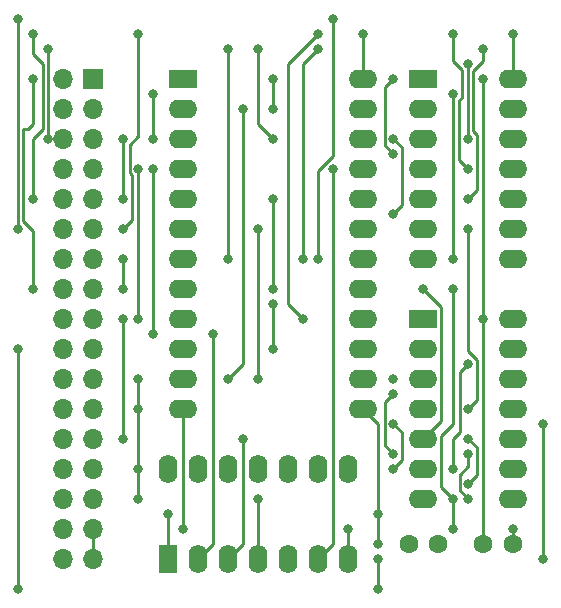
<source format=gbr>
%TF.GenerationSoftware,KiCad,Pcbnew,(5.1.10)-1*%
%TF.CreationDate,2022-02-19T10:09:17+01:00*%
%TF.ProjectId,Peri,50657269-2e6b-4696-9361-645f70636258,rev?*%
%TF.SameCoordinates,Original*%
%TF.FileFunction,Copper,L1,Top*%
%TF.FilePolarity,Positive*%
%FSLAX46Y46*%
G04 Gerber Fmt 4.6, Leading zero omitted, Abs format (unit mm)*
G04 Created by KiCad (PCBNEW (5.1.10)-1) date 2022-02-19 10:09:17*
%MOMM*%
%LPD*%
G01*
G04 APERTURE LIST*
%TA.AperFunction,ComponentPad*%
%ADD10R,2.400000X1.600000*%
%TD*%
%TA.AperFunction,ComponentPad*%
%ADD11O,2.400000X1.600000*%
%TD*%
%TA.AperFunction,ComponentPad*%
%ADD12C,1.600000*%
%TD*%
%TA.AperFunction,ComponentPad*%
%ADD13R,1.700000X1.700000*%
%TD*%
%TA.AperFunction,ComponentPad*%
%ADD14O,1.700000X1.700000*%
%TD*%
%TA.AperFunction,ComponentPad*%
%ADD15O,1.600000X2.400000*%
%TD*%
%TA.AperFunction,ComponentPad*%
%ADD16R,1.600000X2.400000*%
%TD*%
%TA.AperFunction,ViaPad*%
%ADD17C,0.800000*%
%TD*%
%TA.AperFunction,Conductor*%
%ADD18C,0.250000*%
%TD*%
G04 APERTURE END LIST*
D10*
%TO.P,U1003,1*%
%TO.N,Net-(U1002-Pad8)*%
X93980000Y-80010000D03*
D11*
%TO.P,U1003,13*%
%TO.N,Net-(C1002-Pad1)*%
X109220000Y-107950000D03*
%TO.P,U1003,2*%
%TO.N,+5P*%
X93980000Y-82550000D03*
%TO.P,U1003,14*%
%TO.N,Net-(J1001-Pad21)*%
X109220000Y-105410000D03*
%TO.P,U1003,3*%
%TO.N,Net-(J1001-Pad2)*%
X93980000Y-85090000D03*
%TO.P,U1003,15*%
%TO.N,Net-(U1003-Pad15)*%
X109220000Y-102870000D03*
%TO.P,U1003,4*%
%TO.N,Net-(J1001-Pad18)*%
X93980000Y-87630000D03*
%TO.P,U1003,16*%
%TO.N,Net-(J1001-Pad10)*%
X109220000Y-100330000D03*
%TO.P,U1003,5*%
%TO.N,Net-(J1001-Pad4)*%
X93980000Y-90170000D03*
%TO.P,U1003,17*%
%TO.N,Net-(U1003-Pad17)*%
X109220000Y-97790000D03*
%TO.P,U1003,6*%
%TO.N,Net-(U1003-Pad6)*%
X93980000Y-92710000D03*
%TO.P,U1003,18*%
%TO.N,Net-(J1001-Pad12)*%
X109220000Y-95250000D03*
%TO.P,U1003,7*%
%TO.N,Net-(J1001-Pad6)*%
X93980000Y-95250000D03*
%TO.P,U1003,19*%
%TO.N,Net-(U1003-Pad19)*%
X109220000Y-92710000D03*
%TO.P,U1003,8*%
%TO.N,Net-(U1003-Pad8)*%
X93980000Y-97790000D03*
%TO.P,U1003,20*%
%TO.N,Net-(J1001-Pad14)*%
X109220000Y-90170000D03*
%TO.P,U1003,9*%
%TO.N,Net-(J1001-Pad8)*%
X93980000Y-100330000D03*
%TO.P,U1003,21*%
%TO.N,Net-(U1001-Pad5)*%
X109220000Y-87630000D03*
%TO.P,U1003,10*%
%TO.N,Net-(U1003-Pad10)*%
X93980000Y-102870000D03*
%TO.P,U1003,22*%
%TO.N,Net-(J1001-Pad16)*%
X109220000Y-85090000D03*
%TO.P,U1003,11*%
%TO.N,+5P*%
X93980000Y-105410000D03*
%TO.P,U1003,23*%
%TO.N,N/C*%
X109220000Y-82550000D03*
%TO.P,U1003,12*%
%TO.N,GND*%
X93980000Y-107950000D03*
%TO.P,U1003,24*%
%TO.N,+5P*%
X109220000Y-80010000D03*
%TD*%
D12*
%TO.P,C1001,1*%
%TO.N,+5P*%
X119380000Y-119380000D03*
%TO.P,C1001,2*%
%TO.N,GND*%
X121880000Y-119380000D03*
%TD*%
%TO.P,C1002,2*%
%TO.N,+5P*%
X115570000Y-119380000D03*
%TO.P,C1002,1*%
%TO.N,Net-(C1002-Pad1)*%
X113070000Y-119380000D03*
%TD*%
D13*
%TO.P,J1001,1*%
%TO.N,Net-(J1001-Pad1)*%
X86360000Y-80010000D03*
D14*
%TO.P,J1001,2*%
%TO.N,Net-(J1001-Pad2)*%
X83820000Y-80010000D03*
%TO.P,J1001,3*%
%TO.N,Net-(J1001-Pad3)*%
X86360000Y-82550000D03*
%TO.P,J1001,4*%
%TO.N,Net-(J1001-Pad4)*%
X83820000Y-82550000D03*
%TO.P,J1001,5*%
%TO.N,Net-(J1001-Pad5)*%
X86360000Y-85090000D03*
%TO.P,J1001,6*%
%TO.N,Net-(J1001-Pad6)*%
X83820000Y-85090000D03*
%TO.P,J1001,7*%
%TO.N,Net-(J1001-Pad7)*%
X86360000Y-87630000D03*
%TO.P,J1001,8*%
%TO.N,Net-(J1001-Pad8)*%
X83820000Y-87630000D03*
%TO.P,J1001,9*%
%TO.N,Net-(J1001-Pad9)*%
X86360000Y-90170000D03*
%TO.P,J1001,10*%
%TO.N,Net-(J1001-Pad10)*%
X83820000Y-90170000D03*
%TO.P,J1001,11*%
%TO.N,Net-(J1001-Pad11)*%
X86360000Y-92710000D03*
%TO.P,J1001,12*%
%TO.N,Net-(J1001-Pad12)*%
X83820000Y-92710000D03*
%TO.P,J1001,13*%
%TO.N,Net-(J1001-Pad13)*%
X86360000Y-95250000D03*
%TO.P,J1001,14*%
%TO.N,Net-(J1001-Pad14)*%
X83820000Y-95250000D03*
%TO.P,J1001,15*%
%TO.N,Net-(J1001-Pad15)*%
X86360000Y-97790000D03*
%TO.P,J1001,16*%
%TO.N,Net-(J1001-Pad16)*%
X83820000Y-97790000D03*
%TO.P,J1001,17*%
%TO.N,Net-(J1001-Pad17)*%
X86360000Y-100330000D03*
%TO.P,J1001,18*%
%TO.N,Net-(J1001-Pad18)*%
X83820000Y-100330000D03*
%TO.P,J1001,19*%
%TO.N,Net-(J1001-Pad19)*%
X86360000Y-102870000D03*
%TO.P,J1001,20*%
%TO.N,Net-(J1001-Pad20)*%
X83820000Y-102870000D03*
%TO.P,J1001,21*%
%TO.N,Net-(J1001-Pad21)*%
X86360000Y-105410000D03*
%TO.P,J1001,22*%
%TO.N,Net-(J1001-Pad22)*%
X83820000Y-105410000D03*
%TO.P,J1001,23*%
%TO.N,+5P*%
X86360000Y-107950000D03*
%TO.P,J1001,24*%
%TO.N,Net-(J1001-Pad24)*%
X83820000Y-107950000D03*
%TO.P,J1001,25*%
%TO.N,N/C*%
X86360000Y-110490000D03*
%TO.P,J1001,26*%
%TO.N,Net-(J1001-Pad26)*%
X83820000Y-110490000D03*
%TO.P,J1001,27*%
%TO.N,+5P*%
X86360000Y-113030000D03*
%TO.P,J1001,28*%
%TO.N,Net-(J1001-Pad28)*%
X83820000Y-113030000D03*
%TO.P,J1001,29*%
%TO.N,+5P*%
X86360000Y-115570000D03*
%TO.P,J1001,30*%
%TO.N,Net-(J1001-Pad30)*%
X83820000Y-115570000D03*
%TO.P,J1001,31*%
%TO.N,GND*%
X86360000Y-118110000D03*
%TO.P,J1001,32*%
%TO.N,Net-(J1001-Pad32)*%
X83820000Y-118110000D03*
%TO.P,J1001,33*%
%TO.N,GND*%
X86360000Y-120650000D03*
%TO.P,J1001,34*%
X83820000Y-120650000D03*
%TD*%
D15*
%TO.P,U1001,14*%
%TO.N,+5P*%
X92710000Y-113030000D03*
%TO.P,U1001,7*%
%TO.N,GND*%
X107950000Y-120650000D03*
%TO.P,U1001,13*%
%TO.N,N/C*%
X95250000Y-113030000D03*
%TO.P,U1001,6*%
%TO.N,Net-(U1001-Pad5)*%
X105410000Y-120650000D03*
%TO.P,U1001,12*%
%TO.N,N/C*%
X97790000Y-113030000D03*
%TO.P,U1001,5*%
%TO.N,Net-(U1001-Pad5)*%
X102870000Y-120650000D03*
%TO.P,U1001,11*%
%TO.N,N/C*%
X100330000Y-113030000D03*
%TO.P,U1001,4*%
%TO.N,Net-(J1001-Pad32)*%
X100330000Y-120650000D03*
%TO.P,U1001,10*%
%TO.N,N/C*%
X102870000Y-113030000D03*
%TO.P,U1001,3*%
%TO.N,Net-(J1001-Pad17)*%
X97790000Y-120650000D03*
%TO.P,U1001,9*%
%TO.N,N/C*%
X105410000Y-113030000D03*
%TO.P,U1001,2*%
%TO.N,Net-(J1001-Pad19)*%
X95250000Y-120650000D03*
%TO.P,U1001,8*%
%TO.N,N/C*%
X107950000Y-113030000D03*
D16*
%TO.P,U1001,1*%
%TO.N,Net-(C1002-Pad1)*%
X92710000Y-120650000D03*
%TD*%
D10*
%TO.P,U1002,1*%
%TO.N,Net-(J1001-Pad5)*%
X114300000Y-80010000D03*
D11*
%TO.P,U1002,8*%
%TO.N,Net-(U1002-Pad8)*%
X121920000Y-95250000D03*
%TO.P,U1002,2*%
%TO.N,Net-(J1001-Pad3)*%
X114300000Y-82550000D03*
%TO.P,U1002,9*%
%TO.N,N/C*%
X121920000Y-92710000D03*
%TO.P,U1002,3*%
%TO.N,Net-(J1001-Pad9)*%
X114300000Y-85090000D03*
%TO.P,U1002,10*%
%TO.N,N/C*%
X121920000Y-90170000D03*
%TO.P,U1002,4*%
%TO.N,Net-(J1001-Pad11)*%
X114300000Y-87630000D03*
%TO.P,U1002,11*%
%TO.N,Net-(J1001-Pad7)*%
X121920000Y-87630000D03*
%TO.P,U1002,5*%
%TO.N,Net-(J1001-Pad15)*%
X114300000Y-90170000D03*
%TO.P,U1002,12*%
%TO.N,Net-(J1001-Pad1)*%
X121920000Y-85090000D03*
%TO.P,U1002,6*%
%TO.N,Net-(J1001-Pad13)*%
X114300000Y-92710000D03*
%TO.P,U1002,13*%
%TO.N,N/C*%
X121920000Y-82550000D03*
%TO.P,U1002,7*%
%TO.N,GND*%
X114300000Y-95250000D03*
%TO.P,U1002,14*%
%TO.N,+5P*%
X121920000Y-80010000D03*
%TD*%
D10*
%TO.P,U1004,1*%
%TO.N,Net-(U1003-Pad10)*%
X114300000Y-100330000D03*
D11*
%TO.P,U1004,8*%
%TO.N,Net-(J1001-Pad26)*%
X121920000Y-115570000D03*
%TO.P,U1004,2*%
%TO.N,Net-(J1001-Pad24)*%
X114300000Y-102870000D03*
%TO.P,U1004,9*%
%TO.N,Net-(U1003-Pad15)*%
X121920000Y-113030000D03*
%TO.P,U1004,3*%
%TO.N,Net-(U1003-Pad6)*%
X114300000Y-105410000D03*
%TO.P,U1004,10*%
%TO.N,Net-(J1001-Pad30)*%
X121920000Y-110490000D03*
%TO.P,U1004,4*%
%TO.N,Net-(J1001-Pad20)*%
X114300000Y-107950000D03*
%TO.P,U1004,11*%
%TO.N,Net-(U1003-Pad19)*%
X121920000Y-107950000D03*
%TO.P,U1004,5*%
%TO.N,Net-(U1003-Pad8)*%
X114300000Y-110490000D03*
%TO.P,U1004,12*%
%TO.N,Net-(J1001-Pad28)*%
X121920000Y-105410000D03*
%TO.P,U1004,6*%
%TO.N,Net-(J1001-Pad22)*%
X114300000Y-113030000D03*
%TO.P,U1004,13*%
%TO.N,Net-(U1003-Pad17)*%
X121920000Y-102870000D03*
%TO.P,U1004,7*%
%TO.N,GND*%
X114300000Y-115570000D03*
%TO.P,U1004,14*%
%TO.N,+5P*%
X121920000Y-100330000D03*
%TD*%
D17*
%TO.N,+5P*%
X90170000Y-105410000D03*
X90170000Y-107950000D03*
X119380000Y-100330000D03*
X119380000Y-80010000D03*
X90170000Y-115570000D03*
X90170000Y-113030000D03*
X101600000Y-82550000D03*
X101600000Y-80010000D03*
X121920000Y-76200000D03*
X109220000Y-76200000D03*
X97790000Y-105410000D03*
X99060000Y-82550000D03*
%TO.N,GND*%
X116840000Y-115570000D03*
X116840000Y-97790000D03*
X116840000Y-118110000D03*
X93980000Y-118110000D03*
X107950000Y-118110000D03*
X121920000Y-118110000D03*
%TO.N,Net-(C1002-Pad1)*%
X110490000Y-119380000D03*
X92710000Y-116840000D03*
X110490000Y-116840000D03*
%TO.N,Net-(J1001-Pad1)*%
X118110000Y-78740000D03*
X118110000Y-85090000D03*
%TO.N,Net-(J1001-Pad2)*%
X91440000Y-81280000D03*
X91440000Y-85090000D03*
%TO.N,Net-(J1001-Pad4)*%
X88900000Y-85090000D03*
X88900000Y-90170000D03*
%TO.N,Net-(J1001-Pad5)*%
X111760000Y-86360000D03*
X111760000Y-80010000D03*
%TO.N,Net-(J1001-Pad6)*%
X82550000Y-85090000D03*
X97790000Y-95250000D03*
X97790000Y-77470000D03*
X82550000Y-77470000D03*
%TO.N,Net-(J1001-Pad8)*%
X90170000Y-87630000D03*
X90170000Y-100330000D03*
%TO.N,Net-(J1001-Pad9)*%
X111760000Y-91440000D03*
X111760000Y-85090000D03*
%TO.N,Net-(J1001-Pad10)*%
X81280000Y-90170000D03*
X81280000Y-76200000D03*
X105410000Y-76200000D03*
X104140000Y-100330000D03*
%TO.N,Net-(J1001-Pad11)*%
X88900000Y-92710000D03*
X118110000Y-87630000D03*
X90170000Y-76200000D03*
X116840000Y-76200000D03*
%TO.N,Net-(J1001-Pad12)*%
X80010000Y-92710000D03*
X105410000Y-95250000D03*
X80010000Y-74930000D03*
X106680000Y-74930000D03*
%TO.N,Net-(J1001-Pad14)*%
X88900000Y-95250000D03*
X101600000Y-90170000D03*
X88900000Y-97790000D03*
X101600000Y-97790000D03*
%TO.N,Net-(J1001-Pad15)*%
X104140000Y-95250000D03*
X118110000Y-90170000D03*
X105410000Y-77470000D03*
X119380000Y-77470000D03*
%TO.N,Net-(J1001-Pad16)*%
X101600000Y-85090000D03*
X100330000Y-77470000D03*
X81280000Y-97790000D03*
X81280000Y-80010000D03*
%TO.N,Net-(J1001-Pad17)*%
X99060000Y-110490000D03*
X88900000Y-110490000D03*
X88900000Y-100330000D03*
%TO.N,Net-(J1001-Pad18)*%
X91440000Y-87630000D03*
X91440000Y-101600000D03*
%TO.N,Net-(J1001-Pad19)*%
X96520000Y-101600000D03*
%TO.N,Net-(J1001-Pad20)*%
X80010000Y-102870000D03*
X80010000Y-123190000D03*
X124460000Y-109220000D03*
X124460000Y-120650000D03*
X110490000Y-120650000D03*
X110490000Y-123190000D03*
%TO.N,Net-(J1001-Pad22)*%
X111760000Y-113030000D03*
X111760000Y-109220000D03*
%TO.N,Net-(J1001-Pad26)*%
X118110000Y-115570000D03*
X118110000Y-111760000D03*
%TO.N,Net-(J1001-Pad28)*%
X111760000Y-111760000D03*
X111760000Y-106680000D03*
%TO.N,Net-(J1001-Pad30)*%
X118110000Y-110490000D03*
X118110000Y-114300000D03*
%TO.N,Net-(J1001-Pad32)*%
X100330000Y-115570000D03*
%TO.N,Net-(U1001-Pad5)*%
X106680000Y-87630000D03*
%TO.N,Net-(U1002-Pad8)*%
X116840000Y-81280000D03*
X116840000Y-95250000D03*
%TO.N,Net-(U1003-Pad15)*%
X118110000Y-104140000D03*
X116840000Y-113030000D03*
%TO.N,Net-(U1003-Pad6)*%
X111760000Y-105410000D03*
X100330000Y-105410000D03*
X100330000Y-92710000D03*
%TO.N,Net-(U1003-Pad19)*%
X118110000Y-107950000D03*
X118110000Y-92710000D03*
%TO.N,Net-(U1003-Pad8)*%
X114300000Y-97790000D03*
%TO.N,Net-(U1003-Pad10)*%
X101600000Y-102870000D03*
X101600000Y-99060000D03*
%TD*%
D18*
%TO.N,+5P*%
X119380000Y-100330000D02*
X119380000Y-80010000D01*
X119380000Y-100330000D02*
X119380000Y-119380000D01*
X90170000Y-105410000D02*
X90170000Y-107950000D01*
X90170000Y-113030000D02*
X90170000Y-107950000D01*
X90170000Y-115570000D02*
X90170000Y-113030000D01*
X101600000Y-82550000D02*
X101600000Y-80010000D01*
X109220000Y-80010000D02*
X109220000Y-76200000D01*
X121920000Y-80010000D02*
X121920000Y-76200000D01*
X121920000Y-76200000D02*
X121920000Y-76200000D01*
X109220000Y-76200000D02*
X109220000Y-76200000D01*
X97790000Y-105410000D02*
X99060000Y-104140000D01*
X99060000Y-104140000D02*
X99060000Y-82550000D01*
X99060000Y-82550000D02*
X99060000Y-82550000D01*
%TO.N,GND*%
X116840000Y-115570000D02*
X116840000Y-118110000D01*
X116840000Y-118110000D02*
X116840000Y-118110000D01*
X86360000Y-120650000D02*
X86360000Y-118110000D01*
X93980000Y-107950000D02*
X93980000Y-118110000D01*
X93980000Y-118110000D02*
X93980000Y-118110000D01*
X107950000Y-120650000D02*
X107950000Y-118110000D01*
X107950000Y-118110000D02*
X107950000Y-118110000D01*
X116840000Y-115570000D02*
X115825010Y-114555010D01*
X115825010Y-110234990D02*
X116840000Y-109220000D01*
X115825010Y-114555010D02*
X115825010Y-110234990D01*
X116840000Y-97790000D02*
X116840000Y-109220000D01*
X121920000Y-119340000D02*
X121880000Y-119380000D01*
X121920000Y-118110000D02*
X121920000Y-119340000D01*
%TO.N,Net-(C1002-Pad1)*%
X110490000Y-109220000D02*
X109220000Y-107950000D01*
X110490000Y-119380000D02*
X110490000Y-109220000D01*
X92710000Y-120650000D02*
X92710000Y-116840000D01*
X92710000Y-116840000D02*
X92710000Y-116840000D01*
%TO.N,Net-(J1001-Pad1)*%
X118110000Y-78740000D02*
X118110000Y-85090000D01*
%TO.N,Net-(J1001-Pad2)*%
X91440000Y-81280000D02*
X91440000Y-85090000D01*
X91440000Y-85090000D02*
X91440000Y-85090000D01*
%TO.N,Net-(J1001-Pad4)*%
X88900000Y-85090000D02*
X88900000Y-90170000D01*
%TO.N,Net-(J1001-Pad5)*%
X111034999Y-85634999D02*
X111760000Y-86360000D01*
X111034999Y-80735001D02*
X111034999Y-85634999D01*
X111760000Y-80010000D02*
X111034999Y-80735001D01*
%TO.N,Net-(J1001-Pad6)*%
X82550000Y-85090000D02*
X82550000Y-77470000D01*
X97790000Y-95250000D02*
X97790000Y-77470000D01*
X97790000Y-77470000D02*
X97790000Y-77470000D01*
X82550000Y-77470000D02*
X82550000Y-77470000D01*
%TO.N,Net-(J1001-Pad8)*%
X90170000Y-87630000D02*
X90170000Y-100330000D01*
%TO.N,Net-(J1001-Pad9)*%
X112485001Y-90714999D02*
X111760000Y-91440000D01*
X112485001Y-85815001D02*
X112485001Y-90714999D01*
X111760000Y-85090000D02*
X112485001Y-85815001D01*
%TO.N,Net-(J1001-Pad10)*%
X81280000Y-76200000D02*
X81280000Y-76200000D01*
X102870000Y-78740000D02*
X105410000Y-76200000D01*
X102870000Y-99060000D02*
X102870000Y-78740000D01*
X104140000Y-100330000D02*
X102870000Y-99060000D01*
X81280000Y-76200000D02*
X81280000Y-77920010D01*
X81280000Y-77920010D02*
X82099990Y-78740000D01*
X82099990Y-84270010D02*
X81280000Y-85090000D01*
X82099990Y-78740000D02*
X82099990Y-84270010D01*
X81280000Y-90170000D02*
X81280000Y-85090000D01*
%TO.N,Net-(J1001-Pad11)*%
X117376501Y-81816501D02*
X117565001Y-81628001D01*
X117565001Y-81628001D02*
X117565001Y-79268003D01*
X117376501Y-86896501D02*
X117376501Y-81816501D01*
X117565001Y-79268003D02*
X116840000Y-78543002D01*
X118110000Y-87630000D02*
X117376501Y-86896501D01*
X116840000Y-78543002D02*
X116840000Y-77470000D01*
X116840000Y-77470000D02*
X116840000Y-76200000D01*
X89444999Y-85618003D02*
X90170000Y-84893002D01*
X89444999Y-87978001D02*
X89444999Y-85618003D01*
X89625001Y-88158003D02*
X89444999Y-87978001D01*
X89625001Y-91984999D02*
X89625001Y-88158003D01*
X88900000Y-92710000D02*
X89625001Y-91984999D01*
X90170000Y-84893002D02*
X90170000Y-76200000D01*
X90170000Y-76200000D02*
X90170000Y-76200000D01*
X116840000Y-76200000D02*
X116840000Y-76200000D01*
%TO.N,Net-(J1001-Pad12)*%
X80010000Y-74930000D02*
X80010000Y-74930000D01*
X105410000Y-87826998D02*
X105410000Y-95250000D01*
X106680000Y-86556998D02*
X105410000Y-87826998D01*
X106680000Y-74930000D02*
X106680000Y-86556998D01*
X80010000Y-83820000D02*
X80010000Y-92710000D01*
X80010000Y-74930000D02*
X80010000Y-83820000D01*
%TO.N,Net-(J1001-Pad14)*%
X101600000Y-90170000D02*
X101600000Y-96970010D01*
X101600000Y-96970010D02*
X101600000Y-97790000D01*
X88900000Y-95250000D02*
X88900000Y-97790000D01*
X88900000Y-97790000D02*
X88900000Y-97790000D01*
X101600000Y-97790000D02*
X101600000Y-97790000D01*
%TO.N,Net-(J1001-Pad15)*%
X104140000Y-95250000D02*
X104140000Y-78740000D01*
X104140000Y-78740000D02*
X105410000Y-77470000D01*
X105410000Y-77470000D02*
X105410000Y-77470000D01*
X118560010Y-79362992D02*
X119380000Y-78543002D01*
X118560010Y-84467008D02*
X118560010Y-79362992D01*
X118835001Y-84741999D02*
X118560010Y-84467008D01*
X118835001Y-89444999D02*
X118835001Y-84741999D01*
X118110000Y-90170000D02*
X118835001Y-89444999D01*
X119380000Y-78543002D02*
X119380000Y-77470000D01*
X119380000Y-77470000D02*
X119380000Y-77470000D01*
%TO.N,Net-(J1001-Pad16)*%
X101600000Y-85090000D02*
X100330000Y-83820000D01*
X100330000Y-83820000D02*
X100330000Y-77470000D01*
X100330000Y-77470000D02*
X100330000Y-77470000D01*
X80460010Y-92087008D02*
X81280000Y-92906998D01*
X81280000Y-92906998D02*
X81280000Y-97790000D01*
X81280000Y-97790000D02*
X81280000Y-97790000D01*
X81280000Y-81280000D02*
X81280000Y-80010000D01*
X81280000Y-80010000D02*
X81280000Y-80010000D01*
X80460010Y-84270010D02*
X80829990Y-84270010D01*
X80460010Y-84270010D02*
X80460010Y-92087008D01*
X81280000Y-83820000D02*
X81280000Y-81280000D01*
X80829990Y-84270010D02*
X81280000Y-83820000D01*
%TO.N,Net-(J1001-Pad17)*%
X97790000Y-120650000D02*
X99060000Y-119380000D01*
X99060000Y-119380000D02*
X99060000Y-110490000D01*
X99060000Y-110490000D02*
X99060000Y-110490000D01*
X88900000Y-110490000D02*
X88900000Y-100330000D01*
%TO.N,Net-(J1001-Pad18)*%
X91440000Y-87630000D02*
X91440000Y-101600000D01*
%TO.N,Net-(J1001-Pad19)*%
X96520000Y-119380000D02*
X96520000Y-104140000D01*
X95250000Y-120650000D02*
X96520000Y-119380000D01*
X96520000Y-104140000D02*
X96520000Y-101600000D01*
%TO.N,Net-(J1001-Pad20)*%
X80010000Y-102870000D02*
X80010000Y-123190000D01*
X80010000Y-123190000D02*
X80010000Y-123190000D01*
X124460000Y-109220000D02*
X124460000Y-120650000D01*
X124460000Y-120650000D02*
X124460000Y-120650000D01*
X110490000Y-123190000D02*
X110490000Y-120650000D01*
%TO.N,Net-(J1001-Pad22)*%
X112485001Y-109945001D02*
X111760000Y-109220000D01*
X112485001Y-112304999D02*
X112485001Y-109945001D01*
X111760000Y-113030000D02*
X112485001Y-112304999D01*
%TO.N,Net-(J1001-Pad26)*%
X118110000Y-112833002D02*
X118110000Y-111760000D01*
X117384999Y-113558003D02*
X118110000Y-112833002D01*
X117384999Y-114844999D02*
X117384999Y-113558003D01*
X118110000Y-115570000D02*
X117384999Y-114844999D01*
%TO.N,Net-(J1001-Pad28)*%
X111034999Y-107405001D02*
X111760000Y-106680000D01*
X111034999Y-111034999D02*
X111034999Y-107405001D01*
X111760000Y-111760000D02*
X111034999Y-111034999D01*
%TO.N,Net-(J1001-Pad30)*%
X118835001Y-111215001D02*
X118110000Y-110490000D01*
X118835001Y-113574999D02*
X118835001Y-111215001D01*
X118110000Y-114300000D02*
X118835001Y-113574999D01*
%TO.N,Net-(J1001-Pad32)*%
X100330000Y-120650000D02*
X100330000Y-115570000D01*
X100330000Y-115570000D02*
X100330000Y-115570000D01*
%TO.N,Net-(U1001-Pad5)*%
X105410000Y-120650000D02*
X106680000Y-119380000D01*
X106680000Y-119380000D02*
X106680000Y-87630000D01*
X106680000Y-87630000D02*
X106680000Y-87630000D01*
%TO.N,Net-(U1002-Pad8)*%
X116840000Y-81280000D02*
X116840000Y-95250000D01*
%TO.N,Net-(U1003-Pad15)*%
X117384999Y-104865001D02*
X118110000Y-104140000D01*
X118110000Y-104140000D02*
X118110000Y-104140000D01*
X117384999Y-109764999D02*
X117384999Y-109945001D01*
X117384999Y-109764999D02*
X117384999Y-104865001D01*
X117384999Y-109945001D02*
X116840000Y-110490000D01*
X116840000Y-110490000D02*
X116840000Y-113030000D01*
X116840000Y-113030000D02*
X116840000Y-113030000D01*
%TO.N,Net-(U1003-Pad6)*%
X100330000Y-92710000D02*
X100330000Y-105410000D01*
%TO.N,Net-(U1003-Pad19)*%
X118835001Y-107224999D02*
X118110000Y-107950000D01*
X118110000Y-103066998D02*
X118835001Y-103791999D01*
X118835001Y-103791999D02*
X118835001Y-107224999D01*
X118110000Y-92710000D02*
X118110000Y-103066998D01*
%TO.N,Net-(U1003-Pad8)*%
X115825001Y-108964999D02*
X115825001Y-99315001D01*
X114300000Y-110490000D02*
X115825001Y-108964999D01*
X115825001Y-99315001D02*
X114300000Y-97790000D01*
X114300000Y-97790000D02*
X114300000Y-97790000D01*
%TO.N,Net-(U1003-Pad10)*%
X101600000Y-99060000D02*
X101600000Y-102870000D01*
%TD*%
M02*

</source>
